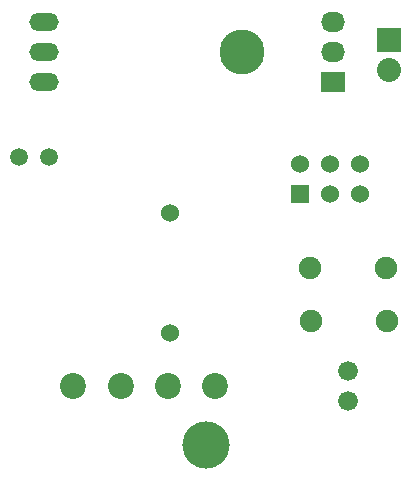
<source format=gbr>
G04 #@! TF.GenerationSoftware,KiCad,Pcbnew,(2017-09-19 revision dddaa7e69)-makepkg*
G04 #@! TF.CreationDate,2017-11-10T01:58:25+01:00*
G04 #@! TF.ProjectId,RICOH_SP112_TONER_CHIP_RESETTER,5249434F485F53503131325F544F4E45,1*
G04 #@! TF.SameCoordinates,Original*
G04 #@! TF.FileFunction,Soldermask,Bot*
G04 #@! TF.FilePolarity,Negative*
%FSLAX46Y46*%
G04 Gerber Fmt 4.6, Leading zero omitted, Abs format (unit mm)*
G04 Created by KiCad (PCBNEW (2017-09-19 revision dddaa7e69)-makepkg) date 11/10/17 01:58:25*
%MOMM*%
%LPD*%
G01*
G04 APERTURE LIST*
%ADD10C,1.905000*%
%ADD11C,1.501140*%
%ADD12R,1.524000X1.524000*%
%ADD13C,1.524000*%
%ADD14C,1.676400*%
%ADD15R,2.032000X2.032000*%
%ADD16O,2.032000X2.032000*%
%ADD17R,2.032000X1.727200*%
%ADD18O,2.032000X1.727200*%
%ADD19O,2.499360X1.501140*%
%ADD20C,3.799840*%
%ADD21C,4.000000*%
%ADD22C,2.200000*%
G04 APERTURE END LIST*
D10*
X167498660Y-107752100D03*
X161052140Y-107752100D03*
X167549460Y-112247900D03*
X161100400Y-112247900D03*
D11*
X136360000Y-98400000D03*
X138900000Y-98400000D03*
D12*
X160210000Y-101520000D03*
D13*
X160210000Y-98980000D03*
X162750000Y-101520000D03*
X162750000Y-98980000D03*
X165290000Y-101520000D03*
X165290000Y-98980000D03*
D14*
X164250000Y-119020000D03*
X164250000Y-116480000D03*
D13*
X149200000Y-113280000D03*
X149200000Y-103120000D03*
D15*
X167750000Y-88500000D03*
D16*
X167750000Y-91040000D03*
D17*
X163000000Y-92000000D03*
D18*
X163000000Y-89460000D03*
X163000000Y-86920000D03*
D19*
X138500000Y-89500000D03*
X138500000Y-86960000D03*
X138500000Y-92040000D03*
D20*
X155264000Y-89500000D03*
D21*
X152250000Y-122750000D03*
D22*
X141000000Y-117750000D03*
X145000000Y-117750000D03*
X149000000Y-117750000D03*
X153000000Y-117750000D03*
M02*

</source>
